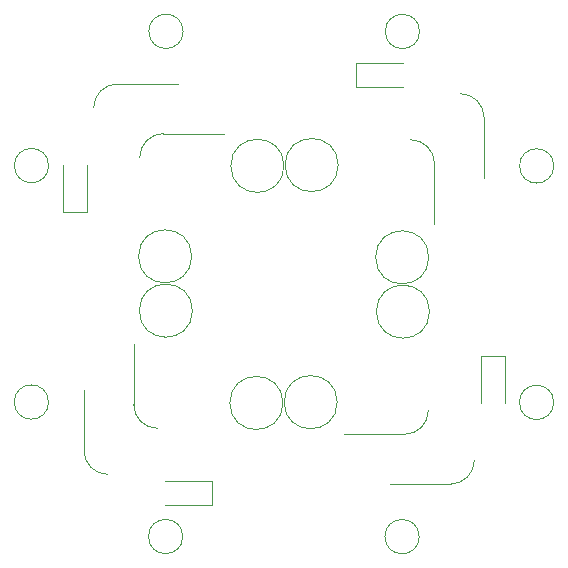
<source format=gbr>
%TF.GenerationSoftware,KiCad,Pcbnew,7.0.7*%
%TF.CreationDate,2023-09-11T19:57:54+10:00*%
%TF.ProjectId,jigsaw,6a696773-6177-42e6-9b69-6361645f7063,rev?*%
%TF.SameCoordinates,Original*%
%TF.FileFunction,Legend,Bot*%
%TF.FilePolarity,Positive*%
%FSLAX46Y46*%
G04 Gerber Fmt 4.6, Leading zero omitted, Abs format (unit mm)*
G04 Created by KiCad (PCBNEW 7.0.7) date 2023-09-11 19:57:54*
%MOMM*%
%LPD*%
G01*
G04 APERTURE LIST*
%ADD10C,0.120000*%
G04 APERTURE END LIST*
D10*
%TO.C,SW1*%
X30892238Y-58927740D02*
X30892238Y-53827740D01*
X35092238Y-55027740D02*
X35092238Y-49927740D01*
X30892238Y-58927740D02*
G75*
G03*
X32892238Y-60927740I1999999J-1D01*
G01*
X35092238Y-55027740D02*
G75*
G03*
X37092238Y-57027740I1999999J-1D01*
G01*
X61939978Y-61743502D02*
X56839978Y-61743502D01*
X58039978Y-57543502D02*
X52939978Y-57543502D01*
X61939978Y-61743502D02*
G75*
G03*
X63939978Y-59743502I1J1999999D01*
G01*
X58039978Y-57543502D02*
G75*
G03*
X60039978Y-55543502I1J1999999D01*
G01*
X64755740Y-30695762D02*
X64755740Y-35795762D01*
X60555740Y-34595762D02*
X60555740Y-39695762D01*
X64755740Y-30695762D02*
G75*
G03*
X62755740Y-28695762I-1999999J1D01*
G01*
X60555740Y-34595762D02*
G75*
G03*
X58555740Y-32595762I-1999999J1D01*
G01*
X33708000Y-27880000D02*
X38808000Y-27880000D01*
X37608000Y-32080000D02*
X42708000Y-32080000D01*
X33708000Y-27880000D02*
G75*
G03*
X31708000Y-29880000I-1J-1999999D01*
G01*
X37608000Y-32080000D02*
G75*
G03*
X35608000Y-34080000I-1J-1999999D01*
G01*
%TO.C,TP2*%
X39248989Y-66193353D02*
G75*
G03*
X39248989Y-66193353I-1450000J0D01*
G01*
%TO.C,TP1*%
X27883455Y-54807971D02*
G75*
G03*
X27883455Y-54807971I-1450000J0D01*
G01*
%TO.C,D1*%
X41747238Y-63510740D02*
X37737238Y-63510740D01*
X41747238Y-61510740D02*
X41747238Y-63510740D01*
X41747238Y-61510740D02*
X37737238Y-61510740D01*
%TO.C,TP3*%
X47733439Y-54882425D02*
G75*
G03*
X47733439Y-54882425I-2250000J0D01*
G01*
%TO.C,TP4*%
X40068797Y-47068955D02*
G75*
G03*
X40068797Y-47068955I-2250000J0D01*
G01*
%TO.C,D1*%
X66522978Y-50888502D02*
X66522978Y-54898502D01*
X64522978Y-50888502D02*
X66522978Y-50888502D01*
X64522978Y-50888502D02*
X64522978Y-54898502D01*
%TO.C,TP2*%
X70655591Y-54836751D02*
G75*
G03*
X70655591Y-54836751I-1450000J0D01*
G01*
%TO.C,TP3*%
X60144663Y-47152301D02*
G75*
G03*
X60144663Y-47152301I-2250000J0D01*
G01*
%TO.C,TP4*%
X52331193Y-54816943D02*
G75*
G03*
X52331193Y-54816943I-2250000J0D01*
G01*
%TO.C,TP1*%
X59270209Y-66202285D02*
G75*
G03*
X59270209Y-66202285I-1450000J0D01*
G01*
%TO.C,D1*%
X53900740Y-26112762D02*
X57910740Y-26112762D01*
X53900740Y-28112762D02*
X53900740Y-26112762D01*
X53900740Y-28112762D02*
X57910740Y-28112762D01*
%TO.C,TP2*%
X59298989Y-23430149D02*
G75*
G03*
X59298989Y-23430149I-1450000J0D01*
G01*
%TO.C,TP3*%
X52414539Y-34741077D02*
G75*
G03*
X52414539Y-34741077I-2250000J0D01*
G01*
%TO.C,TP4*%
X60079181Y-42554547D02*
G75*
G03*
X60079181Y-42554547I-2250000J0D01*
G01*
%TO.C,TP1*%
X70664523Y-34815531D02*
G75*
G03*
X70664523Y-34815531I-1450000J0D01*
G01*
%TO.C,D1*%
X29125000Y-38735000D02*
X29125000Y-34725000D01*
X31125000Y-38735000D02*
X31125000Y-34725000D01*
X31125000Y-38735000D02*
X29125000Y-38735000D01*
%TO.C,TP1*%
X39277769Y-23421217D02*
G75*
G03*
X39277769Y-23421217I-1450000J0D01*
G01*
%TO.C,TP4*%
X47816785Y-34806559D02*
G75*
G03*
X47816785Y-34806559I-2250000J0D01*
G01*
%TO.C,TP3*%
X40003315Y-42471201D02*
G75*
G03*
X40003315Y-42471201I-2250000J0D01*
G01*
%TO.C,TP2*%
X27892387Y-34786751D02*
G75*
G03*
X27892387Y-34786751I-1450000J0D01*
G01*
%TD*%
M02*

</source>
